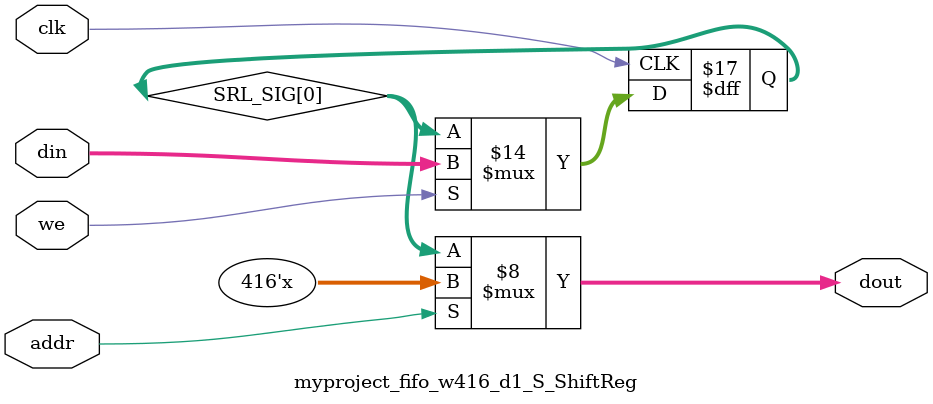
<source format=v>

`timescale 1 ns / 1 ps

module myproject_fifo_w416_d1_S
#(parameter
    MEM_STYLE   = "shiftReg",
    DATA_WIDTH  = 416,
    ADDR_WIDTH  = 1,
    DEPTH       = 1)
(
    // system signal
    input  wire                  clk,
    input  wire                  reset,

    // write
    output wire                  if_full_n,
    input  wire                  if_write_ce,
    input  wire                  if_write,
    input  wire [DATA_WIDTH-1:0] if_din,
    
    // read 
    output wire [ADDR_WIDTH:0]   if_num_data_valid, // for FRP
    output wire [ADDR_WIDTH:0]   if_fifo_cap,       // for FRP
    output wire                  if_empty_n,
    input  wire                  if_read_ce,
    input  wire                  if_read,
    output wire [DATA_WIDTH-1:0] if_dout
);
//------------------------Parameter----------------------

//------------------------Local signal-------------------
wire [ADDR_WIDTH-1:0] addr;
wire                  push;
wire                  pop;
reg signed [ADDR_WIDTH:0]   mOutPtr;
reg                   empty_n = 1'b0;
reg                   full_n  = 1'b1;
// with almost full?  no 
//------------------------Instantiation------------------
myproject_fifo_w416_d1_S_ShiftReg 
#(  .DATA_WIDTH (DATA_WIDTH),
    .ADDR_WIDTH (ADDR_WIDTH),
    .DEPTH      (DEPTH))
U_myproject_fifo_w416_d1_S_ShiftReg (
    .clk        (clk),
    .we         (push),
    .addr       (addr),
    .din        (if_din),
    .dout       (if_dout)
);
//------------------------Task and function--------------

//------------------------Body---------------------------
// has num_data_valid ? 
assign if_num_data_valid = mOutPtr + 1'b1; // yes
assign if_fifo_cap = DEPTH; // yes 

// has almost full ? 
assign if_full_n  = full_n; //no 
assign if_empty_n = empty_n;

assign push = (if_write & if_write_ce) & full_n;
assign pop  = (if_read & if_read_ce) & empty_n;
assign addr = mOutPtr[ADDR_WIDTH] == 1'b0 ? mOutPtr[ADDR_WIDTH-1:0]:{ADDR_WIDTH{1'b0}};

// full_n
always @(posedge clk ) begin
    if (reset == 1'b1)
        full_n <= 1'b1;
    else if (push & ~pop) begin
        if (mOutPtr == DEPTH - 2)
            full_n <= 1'b0;
    end
    else if (~push & pop)
        full_n <= 1'b1;
end

// almost_full_n 

// empty_n
always @(posedge clk ) begin
    if (reset == 1'b1)
        empty_n <= 1'b0;
    else if (push & ~pop)
        empty_n <= 1'b1;
    else if (~push & pop) begin
        if (mOutPtr == 0)
            empty_n <= 1'b0;
    end
end

// mOutPtr
always @(posedge clk ) begin
    if (reset == 1'b1)
        mOutPtr <= {ADDR_WIDTH+1{1'b1}};
    else if (push & ~pop)
        mOutPtr <= mOutPtr + 1'b1;
    else if (~push & pop)
        mOutPtr <= mOutPtr - 1'b1;
end

endmodule  


module myproject_fifo_w416_d1_S_ShiftReg
#(parameter
    DATA_WIDTH  = 416,
    ADDR_WIDTH  = 1,
    DEPTH       = 1)
(
    input  wire                  clk,
    input  wire                  we,
    input  wire [ADDR_WIDTH-1:0] addr,
    input  wire [DATA_WIDTH-1:0] din,
    output wire [DATA_WIDTH-1:0] dout
);

reg [DATA_WIDTH-1:0] SRL_SIG [0:DEPTH-1];
integer i;

always @ (posedge clk) begin
    if (we) begin
        for (i=0; i<DEPTH-1; i=i+1)
            SRL_SIG[i+1] <= SRL_SIG[i];
        SRL_SIG[0] <= din;
    end
end

assign dout = SRL_SIG[addr];

endmodule

</source>
